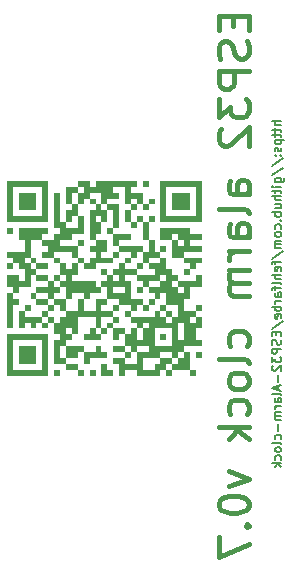
<source format=gbr>
%TF.GenerationSoftware,KiCad,Pcbnew,8.0.1-8.0.1-1~ubuntu22.04.1*%
%TF.CreationDate,2024-04-20T15:13:04+02:00*%
%TF.ProjectId,mp3alarm,6d703361-6c61-4726-9d2e-6b696361645f,v0.2*%
%TF.SameCoordinates,Original*%
%TF.FileFunction,Legend,Bot*%
%TF.FilePolarity,Positive*%
%FSLAX46Y46*%
G04 Gerber Fmt 4.6, Leading zero omitted, Abs format (unit mm)*
G04 Created by KiCad (PCBNEW 8.0.1-8.0.1-1~ubuntu22.04.1) date 2024-04-20 15:13:04*
%MOMM*%
%LPD*%
G01*
G04 APERTURE LIST*
%ADD10C,0.000000*%
%ADD11C,0.381000*%
%ADD12C,0.127000*%
G04 APERTURE END LIST*
D10*
G36*
X50134000Y-79804000D02*
G01*
X50634000Y-79804000D01*
X50634000Y-79304000D01*
X51134000Y-79304000D01*
X51134000Y-79804000D01*
X51134000Y-80304000D01*
X50634000Y-80304000D01*
X50634000Y-80804000D01*
X51134000Y-80804000D01*
X51634000Y-80804000D01*
X52134000Y-80804000D01*
X52634000Y-80804000D01*
X52634000Y-81304000D01*
X53134000Y-81304000D01*
X53134000Y-80804000D01*
X53634000Y-80804000D01*
X53634000Y-80304000D01*
X54134000Y-80304000D01*
X54134000Y-80804000D01*
X54634000Y-80804000D01*
X54634000Y-80304000D01*
X54134000Y-80304000D01*
X54134000Y-79804000D01*
X54634000Y-79804000D01*
X54634000Y-79304000D01*
X55134000Y-79304000D01*
X55134000Y-79804000D01*
X55634000Y-79804000D01*
X56134000Y-79804000D01*
X56134000Y-80304000D01*
X55634000Y-80304000D01*
X55134000Y-80304000D01*
X55134000Y-80804000D01*
X55634000Y-80804000D01*
X55634000Y-81304000D01*
X55634000Y-81804000D01*
X55634000Y-82304000D01*
X56134000Y-82304000D01*
X56634000Y-82304000D01*
X56634000Y-82804000D01*
X56134000Y-82804000D01*
X56134000Y-83304000D01*
X55634000Y-83304000D01*
X55634000Y-82804000D01*
X55134000Y-82804000D01*
X54634000Y-82804000D01*
X54634000Y-82304000D01*
X54134000Y-82304000D01*
X53634000Y-82304000D01*
X53634000Y-81804000D01*
X53634000Y-81304000D01*
X54134000Y-81304000D01*
X54134000Y-81804000D01*
X54634000Y-81804000D01*
X55134000Y-81804000D01*
X55134000Y-81304000D01*
X54634000Y-81304000D01*
X54134000Y-81304000D01*
X53634000Y-81304000D01*
X53134000Y-81304000D01*
X53134000Y-81804000D01*
X52634000Y-81804000D01*
X52134000Y-81804000D01*
X52134000Y-82304000D01*
X51634000Y-82304000D01*
X51634000Y-81804000D01*
X51134000Y-81804000D01*
X50634000Y-81804000D01*
X50634000Y-82304000D01*
X50134000Y-82304000D01*
X50134000Y-81804000D01*
X50134000Y-81304000D01*
X49634000Y-81304000D01*
X49634000Y-81804000D01*
X49134000Y-81804000D01*
X49134000Y-82304000D01*
X48634000Y-82304000D01*
X48634000Y-81804000D01*
X48134000Y-81804000D01*
X47634000Y-81804000D01*
X47634000Y-81304000D01*
X48134000Y-81304000D01*
X48634000Y-81304000D01*
X48634000Y-80804000D01*
X49134000Y-80804000D01*
X49134000Y-81304000D01*
X49634000Y-81304000D01*
X49634000Y-80804000D01*
X50134000Y-80804000D01*
X50134000Y-80304000D01*
X49634000Y-80304000D01*
X49634000Y-79804000D01*
X49634000Y-79304000D01*
X50134000Y-79304000D01*
X50134000Y-79804000D01*
G37*
G36*
X56134000Y-74804000D02*
G01*
X55634000Y-74804000D01*
X55634000Y-74304000D01*
X56134000Y-74304000D01*
X56134000Y-74804000D01*
G37*
G36*
X51634000Y-86804000D02*
G01*
X51134000Y-86804000D01*
X51134000Y-87304000D01*
X50634000Y-87304000D01*
X50134000Y-87304000D01*
X50134000Y-86804000D01*
X50134000Y-86304000D01*
X50634000Y-86304000D01*
X51134000Y-86304000D01*
X51634000Y-86304000D01*
X51634000Y-86804000D01*
G37*
G36*
X47634000Y-82304000D02*
G01*
X47134000Y-82304000D01*
X47134000Y-81804000D01*
X47634000Y-81804000D01*
X47634000Y-82304000D01*
G37*
G36*
X52634000Y-74304000D02*
G01*
X52134000Y-74304000D01*
X52134000Y-73804000D01*
X52634000Y-73804000D01*
X52634000Y-74304000D01*
G37*
G36*
X49634000Y-73804000D02*
G01*
X49634000Y-74304000D01*
X49634000Y-74804000D01*
X49634000Y-75304000D01*
X49634000Y-75804000D01*
X50134000Y-75804000D01*
X50134000Y-76304000D01*
X51134000Y-76304000D01*
X51134000Y-75804000D01*
X51134000Y-75304000D01*
X51634000Y-75304000D01*
X51634000Y-75804000D01*
X51634000Y-76304000D01*
X51634000Y-76804000D01*
X51134000Y-76804000D01*
X50634000Y-76804000D01*
X50634000Y-77304000D01*
X50134000Y-77304000D01*
X49634000Y-77304000D01*
X49634000Y-77804000D01*
X50134000Y-77804000D01*
X50634000Y-77804000D01*
X51134000Y-77804000D01*
X51134000Y-78304000D01*
X51134000Y-78804000D01*
X50634000Y-78804000D01*
X50634000Y-78304000D01*
X50134000Y-78304000D01*
X49634000Y-78304000D01*
X49134000Y-78304000D01*
X49134000Y-78804000D01*
X48634000Y-78804000D01*
X48134000Y-78804000D01*
X48134000Y-78304000D01*
X48634000Y-78304000D01*
X48634000Y-77804000D01*
X48134000Y-77804000D01*
X48134000Y-77304000D01*
X48634000Y-77304000D01*
X49134000Y-77304000D01*
X49134000Y-76804000D01*
X49634000Y-76804000D01*
X49634000Y-76304000D01*
X49134000Y-76304000D01*
X49134000Y-75804000D01*
X49134000Y-75304000D01*
X49134000Y-74804000D01*
X49134000Y-74304000D01*
X49134000Y-73804000D01*
X49134000Y-73304000D01*
X49634000Y-73304000D01*
X49634000Y-73804000D01*
G37*
G36*
X48634000Y-85804000D02*
G01*
X48634000Y-86304000D01*
X48634000Y-86804000D01*
X48634000Y-87304000D01*
X48634000Y-87804000D01*
X48634000Y-88304000D01*
X48634000Y-88804000D01*
X48134000Y-88804000D01*
X47634000Y-88804000D01*
X47134000Y-88804000D01*
X46634000Y-88804000D01*
X46134000Y-88804000D01*
X45634000Y-88804000D01*
X45134000Y-88804000D01*
X45134000Y-88304000D01*
X45134000Y-87804000D01*
X45134000Y-87304000D01*
X45134000Y-86804000D01*
X45134000Y-86304000D01*
X45134000Y-85804000D01*
X45634000Y-85804000D01*
X45634000Y-86304000D01*
X45634000Y-86804000D01*
X45634000Y-87304000D01*
X45634000Y-87804000D01*
X45634000Y-88304000D01*
X46134000Y-88304000D01*
X46634000Y-88304000D01*
X47134000Y-88304000D01*
X47634000Y-88304000D01*
X48134000Y-88304000D01*
X48134000Y-87804000D01*
X48134000Y-87304000D01*
X48134000Y-86804000D01*
X48134000Y-86304000D01*
X48134000Y-85804000D01*
X47634000Y-85804000D01*
X47134000Y-85804000D01*
X46634000Y-85804000D01*
X46134000Y-85804000D01*
X45634000Y-85804000D01*
X45134000Y-85804000D01*
X45134000Y-85304000D01*
X45634000Y-85304000D01*
X46134000Y-85304000D01*
X46634000Y-85304000D01*
X47134000Y-85304000D01*
X47634000Y-85304000D01*
X48134000Y-85304000D01*
X48634000Y-85304000D01*
X48634000Y-85804000D01*
G37*
G36*
X59134000Y-83804000D02*
G01*
X58634000Y-83804000D01*
X58634000Y-83304000D01*
X59134000Y-83304000D01*
X59134000Y-83804000D01*
G37*
G36*
X57134000Y-72804000D02*
G01*
X56634000Y-72804000D01*
X56634000Y-72304000D01*
X57134000Y-72304000D01*
X57134000Y-72804000D01*
G37*
G36*
X53634000Y-88304000D02*
G01*
X54134000Y-88304000D01*
X54134000Y-88804000D01*
X53634000Y-88804000D01*
X53134000Y-88804000D01*
X53134000Y-88304000D01*
X53134000Y-87804000D01*
X53634000Y-87804000D01*
X53634000Y-88304000D01*
G37*
G36*
X53634000Y-85304000D02*
G01*
X53134000Y-85304000D01*
X53134000Y-84804000D01*
X53634000Y-84804000D01*
X53634000Y-85304000D01*
G37*
G36*
X60634000Y-73804000D02*
G01*
X60634000Y-74304000D01*
X60634000Y-74804000D01*
X60134000Y-74804000D01*
X59634000Y-74804000D01*
X59134000Y-74804000D01*
X59134000Y-74304000D01*
X59134000Y-73804000D01*
X59134000Y-73304000D01*
X59634000Y-73304000D01*
X60134000Y-73304000D01*
X60634000Y-73304000D01*
X60634000Y-73804000D01*
G37*
G36*
X52634000Y-85304000D02*
G01*
X53134000Y-85304000D01*
X53134000Y-85804000D01*
X52634000Y-85804000D01*
X52134000Y-85804000D01*
X51634000Y-85804000D01*
X51634000Y-85304000D01*
X52134000Y-85304000D01*
X52134000Y-84804000D01*
X52634000Y-84804000D01*
X52634000Y-85304000D01*
G37*
G36*
X59134000Y-88804000D02*
G01*
X58634000Y-88804000D01*
X58634000Y-88304000D01*
X59134000Y-88304000D01*
X59134000Y-88804000D01*
G37*
G36*
X54634000Y-78804000D02*
G01*
X54134000Y-78804000D01*
X54134000Y-78304000D01*
X54634000Y-78304000D01*
X54634000Y-78804000D01*
G37*
G36*
X56634000Y-75804000D02*
G01*
X56134000Y-75804000D01*
X56134000Y-75304000D01*
X56634000Y-75304000D01*
X56634000Y-75804000D01*
G37*
G36*
X48634000Y-83804000D02*
G01*
X48134000Y-83804000D01*
X48134000Y-83304000D01*
X48634000Y-83304000D01*
X48634000Y-83804000D01*
G37*
G36*
X57134000Y-76304000D02*
G01*
X57134000Y-76804000D01*
X57134000Y-77304000D01*
X56634000Y-77304000D01*
X56634000Y-76804000D01*
X56634000Y-76304000D01*
X56634000Y-75804000D01*
X57134000Y-75804000D01*
X57134000Y-76304000D01*
G37*
G36*
X48634000Y-72804000D02*
G01*
X48634000Y-73304000D01*
X48634000Y-73804000D01*
X48634000Y-74304000D01*
X48634000Y-74804000D01*
X48634000Y-75304000D01*
X48634000Y-75804000D01*
X48134000Y-75804000D01*
X47634000Y-75804000D01*
X47134000Y-75804000D01*
X46634000Y-75804000D01*
X46134000Y-75804000D01*
X45634000Y-75804000D01*
X45134000Y-75804000D01*
X45134000Y-75304000D01*
X45134000Y-74804000D01*
X45134000Y-74304000D01*
X45134000Y-73804000D01*
X45134000Y-73304000D01*
X45134000Y-72804000D01*
X45634000Y-72804000D01*
X45634000Y-73304000D01*
X45634000Y-73804000D01*
X45634000Y-74304000D01*
X45634000Y-74804000D01*
X45634000Y-75304000D01*
X46134000Y-75304000D01*
X46634000Y-75304000D01*
X47134000Y-75304000D01*
X47634000Y-75304000D01*
X48134000Y-75304000D01*
X48134000Y-74804000D01*
X48134000Y-74304000D01*
X48134000Y-73804000D01*
X48134000Y-73304000D01*
X48134000Y-72804000D01*
X47634000Y-72804000D01*
X47134000Y-72804000D01*
X46634000Y-72804000D01*
X46134000Y-72804000D01*
X45634000Y-72804000D01*
X45134000Y-72804000D01*
X45134000Y-72304000D01*
X45634000Y-72304000D01*
X46134000Y-72304000D01*
X46634000Y-72304000D01*
X47134000Y-72304000D01*
X47634000Y-72304000D01*
X48134000Y-72304000D01*
X48634000Y-72304000D01*
X48634000Y-72804000D01*
G37*
G36*
X47634000Y-73804000D02*
G01*
X47634000Y-74304000D01*
X47634000Y-74804000D01*
X47134000Y-74804000D01*
X46634000Y-74804000D01*
X46134000Y-74804000D01*
X46134000Y-74304000D01*
X46134000Y-73804000D01*
X46134000Y-73304000D01*
X46634000Y-73304000D01*
X47134000Y-73304000D01*
X47634000Y-73304000D01*
X47634000Y-73804000D01*
G37*
G36*
X58634000Y-78304000D02*
G01*
X58134000Y-78304000D01*
X58134000Y-77804000D01*
X58634000Y-77804000D01*
X58634000Y-78304000D01*
G37*
G36*
X57634000Y-77804000D02*
G01*
X57634000Y-78304000D01*
X58134000Y-78304000D01*
X58134000Y-78804000D01*
X57634000Y-78804000D01*
X57134000Y-78804000D01*
X57134000Y-79304000D01*
X56634000Y-79304000D01*
X56634000Y-78804000D01*
X56634000Y-78304000D01*
X57134000Y-78304000D01*
X57134000Y-77804000D01*
X57134000Y-77304000D01*
X57634000Y-77304000D01*
X57634000Y-77804000D01*
G37*
G36*
X55634000Y-79304000D02*
G01*
X55134000Y-79304000D01*
X55134000Y-78804000D01*
X55634000Y-78804000D01*
X55634000Y-79304000D01*
G37*
G36*
X50134000Y-82804000D02*
G01*
X50134000Y-83304000D01*
X49634000Y-83304000D01*
X49634000Y-82804000D01*
X49134000Y-82804000D01*
X49134000Y-82304000D01*
X49634000Y-82304000D01*
X50134000Y-82304000D01*
X50134000Y-82804000D01*
G37*
G36*
X47634000Y-86804000D02*
G01*
X47634000Y-87304000D01*
X47634000Y-87804000D01*
X47134000Y-87804000D01*
X46634000Y-87804000D01*
X46134000Y-87804000D01*
X46134000Y-87304000D01*
X46134000Y-86804000D01*
X46134000Y-86304000D01*
X46634000Y-86304000D01*
X47134000Y-86304000D01*
X47634000Y-86304000D01*
X47634000Y-86804000D01*
G37*
G36*
X61134000Y-88804000D02*
G01*
X60634000Y-88804000D01*
X60634000Y-88304000D01*
X61134000Y-88304000D01*
X61134000Y-88804000D01*
G37*
G36*
X48634000Y-76804000D02*
G01*
X48134000Y-76804000D01*
X48134000Y-77304000D01*
X47634000Y-77304000D01*
X47134000Y-77304000D01*
X47134000Y-77804000D01*
X47134000Y-78304000D01*
X47134000Y-78804000D01*
X46634000Y-78804000D01*
X46634000Y-79304000D01*
X47134000Y-79304000D01*
X47134000Y-79804000D01*
X47634000Y-79804000D01*
X47634000Y-80304000D01*
X47134000Y-80304000D01*
X47134000Y-80804000D01*
X47134000Y-81304000D01*
X46634000Y-81304000D01*
X46134000Y-81304000D01*
X46134000Y-81804000D01*
X45634000Y-81804000D01*
X45634000Y-81304000D01*
X45134000Y-81304000D01*
X45134000Y-80804000D01*
X45134000Y-80304000D01*
X45634000Y-80304000D01*
X46134000Y-80304000D01*
X46134000Y-80804000D01*
X46634000Y-80804000D01*
X46634000Y-80304000D01*
X46634000Y-79804000D01*
X46134000Y-79804000D01*
X46134000Y-79304000D01*
X45634000Y-79304000D01*
X45634000Y-78804000D01*
X45134000Y-78804000D01*
X45134000Y-78304000D01*
X45634000Y-78304000D01*
X46134000Y-78304000D01*
X46634000Y-78304000D01*
X46634000Y-77804000D01*
X46634000Y-77304000D01*
X46134000Y-77304000D01*
X46134000Y-76804000D01*
X46134000Y-76304000D01*
X46634000Y-76304000D01*
X47134000Y-76304000D01*
X47634000Y-76304000D01*
X48134000Y-76304000D01*
X48634000Y-76304000D01*
X48634000Y-76804000D01*
G37*
G36*
X56634000Y-81804000D02*
G01*
X56134000Y-81804000D01*
X56134000Y-81304000D01*
X56634000Y-81304000D01*
X56634000Y-81804000D01*
G37*
G36*
X47134000Y-83304000D02*
G01*
X46634000Y-83304000D01*
X46634000Y-82804000D01*
X47134000Y-82804000D01*
X47134000Y-83304000D01*
G37*
G36*
X51134000Y-88304000D02*
G01*
X50634000Y-88304000D01*
X50134000Y-88304000D01*
X50134000Y-87804000D01*
X50634000Y-87804000D01*
X51134000Y-87804000D01*
X51134000Y-88304000D01*
G37*
G36*
X45634000Y-79804000D02*
G01*
X45134000Y-79804000D01*
X45134000Y-79304000D01*
X45634000Y-79304000D01*
X45634000Y-79804000D01*
G37*
G36*
X61634000Y-79304000D02*
G01*
X61134000Y-79304000D01*
X61134000Y-79804000D01*
X60634000Y-79804000D01*
X60634000Y-79304000D01*
X60134000Y-79304000D01*
X60134000Y-78804000D01*
X60634000Y-78804000D01*
X61134000Y-78804000D01*
X61634000Y-78804000D01*
X61634000Y-79304000D01*
G37*
G36*
X51634000Y-82804000D02*
G01*
X51634000Y-83304000D01*
X52134000Y-83304000D01*
X52634000Y-83304000D01*
X52634000Y-82804000D01*
X52634000Y-82304000D01*
X53134000Y-82304000D01*
X53634000Y-82304000D01*
X53634000Y-82804000D01*
X53134000Y-82804000D01*
X53134000Y-83304000D01*
X53634000Y-83304000D01*
X54134000Y-83304000D01*
X54134000Y-83804000D01*
X53634000Y-83804000D01*
X53134000Y-83804000D01*
X53134000Y-84304000D01*
X53134000Y-84804000D01*
X52634000Y-84804000D01*
X52634000Y-84304000D01*
X52634000Y-83804000D01*
X52134000Y-83804000D01*
X51634000Y-83804000D01*
X51134000Y-83804000D01*
X51134000Y-84304000D01*
X51134000Y-84804000D01*
X51134000Y-85304000D01*
X50634000Y-85304000D01*
X50634000Y-85804000D01*
X50134000Y-85804000D01*
X50134000Y-86304000D01*
X49634000Y-86304000D01*
X49634000Y-86804000D01*
X49634000Y-87304000D01*
X50134000Y-87304000D01*
X50134000Y-87804000D01*
X49634000Y-87804000D01*
X49134000Y-87804000D01*
X49134000Y-87304000D01*
X49134000Y-86804000D01*
X49134000Y-86304000D01*
X49134000Y-85804000D01*
X49634000Y-85804000D01*
X49634000Y-85304000D01*
X49134000Y-85304000D01*
X49134000Y-84804000D01*
X50134000Y-84804000D01*
X50134000Y-85304000D01*
X50634000Y-85304000D01*
X50634000Y-84804000D01*
X50134000Y-84804000D01*
X49134000Y-84804000D01*
X49134000Y-84304000D01*
X49634000Y-84304000D01*
X49634000Y-83804000D01*
X50134000Y-83804000D01*
X50134000Y-83304000D01*
X50634000Y-83304000D01*
X51134000Y-83304000D01*
X51134000Y-82804000D01*
X51134000Y-82304000D01*
X51634000Y-82304000D01*
X51634000Y-82804000D01*
G37*
G36*
X57134000Y-74804000D02*
G01*
X56634000Y-74804000D01*
X56634000Y-74304000D01*
X57134000Y-74304000D01*
X57134000Y-74804000D01*
G37*
G36*
X55134000Y-86804000D02*
G01*
X54634000Y-86804000D01*
X54134000Y-86804000D01*
X54134000Y-86304000D01*
X54634000Y-86304000D01*
X55134000Y-86304000D01*
X55134000Y-86804000D01*
G37*
G36*
X47634000Y-79304000D02*
G01*
X47134000Y-79304000D01*
X47134000Y-78804000D01*
X47634000Y-78804000D01*
X47634000Y-79304000D01*
G37*
G36*
X45634000Y-76804000D02*
G01*
X45134000Y-76804000D01*
X45134000Y-76304000D01*
X45634000Y-76304000D01*
X45634000Y-76804000D01*
G37*
G36*
X55634000Y-77304000D02*
G01*
X55134000Y-77304000D01*
X54634000Y-77304000D01*
X54634000Y-77804000D01*
X54134000Y-77804000D01*
X54134000Y-77304000D01*
X54134000Y-76804000D01*
X54634000Y-76804000D01*
X55134000Y-76804000D01*
X55634000Y-76804000D01*
X55634000Y-77304000D01*
G37*
G36*
X49634000Y-88804000D02*
G01*
X49134000Y-88804000D01*
X49134000Y-88304000D01*
X49634000Y-88304000D01*
X49634000Y-88804000D01*
G37*
G36*
X61634000Y-87304000D02*
G01*
X61134000Y-87304000D01*
X61134000Y-86804000D01*
X61634000Y-86804000D01*
X61634000Y-87304000D01*
G37*
G36*
X51634000Y-77804000D02*
G01*
X51134000Y-77804000D01*
X51134000Y-77304000D01*
X51634000Y-77304000D01*
X51634000Y-77804000D01*
G37*
G36*
X53634000Y-80304000D02*
G01*
X53134000Y-80304000D01*
X53134000Y-79804000D01*
X53634000Y-79804000D01*
X53634000Y-80304000D01*
G37*
G36*
X45634000Y-82304000D02*
G01*
X46134000Y-82304000D01*
X46134000Y-82804000D01*
X45634000Y-82804000D01*
X45634000Y-83304000D01*
X45634000Y-83804000D01*
X45634000Y-84304000D01*
X45634000Y-84804000D01*
X45134000Y-84804000D01*
X45134000Y-84304000D01*
X45134000Y-83804000D01*
X45134000Y-83304000D01*
X45134000Y-82804000D01*
X45134000Y-82304000D01*
X45134000Y-81804000D01*
X45634000Y-81804000D01*
X45634000Y-82304000D01*
G37*
G36*
X58634000Y-79304000D02*
G01*
X58634000Y-79804000D01*
X59134000Y-79804000D01*
X59134000Y-80304000D01*
X59634000Y-80304000D01*
X59634000Y-80804000D01*
X60134000Y-80804000D01*
X60634000Y-80804000D01*
X61134000Y-80804000D01*
X61134000Y-80304000D01*
X61634000Y-80304000D01*
X61634000Y-80804000D01*
X61634000Y-81304000D01*
X61134000Y-81304000D01*
X60634000Y-81304000D01*
X60634000Y-81804000D01*
X60634000Y-82304000D01*
X60134000Y-82304000D01*
X60134000Y-82804000D01*
X60134000Y-83304000D01*
X60634000Y-83304000D01*
X61134000Y-83304000D01*
X61134000Y-83804000D01*
X60634000Y-83804000D01*
X60634000Y-84304000D01*
X61134000Y-84304000D01*
X61134000Y-83804000D01*
X61634000Y-83804000D01*
X61634000Y-84304000D01*
X61634000Y-84804000D01*
X61134000Y-84804000D01*
X61134000Y-85304000D01*
X61134000Y-85804000D01*
X61634000Y-85804000D01*
X61634000Y-86304000D01*
X61134000Y-86304000D01*
X60634000Y-86304000D01*
X60134000Y-86304000D01*
X60134000Y-86804000D01*
X59634000Y-86804000D01*
X59634000Y-87304000D01*
X59134000Y-87304000D01*
X59134000Y-87804000D01*
X58634000Y-87804000D01*
X58634000Y-88304000D01*
X58134000Y-88304000D01*
X58134000Y-88804000D01*
X57634000Y-88804000D01*
X57134000Y-88804000D01*
X56634000Y-88804000D01*
X56134000Y-88804000D01*
X56134000Y-88304000D01*
X55634000Y-88304000D01*
X55134000Y-88304000D01*
X55134000Y-88804000D01*
X54634000Y-88804000D01*
X54634000Y-88304000D01*
X54634000Y-87804000D01*
X54134000Y-87804000D01*
X54134000Y-87304000D01*
X54634000Y-87304000D01*
X55134000Y-87304000D01*
X55134000Y-87804000D01*
X55634000Y-87804000D01*
X56134000Y-87804000D01*
X56134000Y-87304000D01*
X56634000Y-87304000D01*
X56634000Y-87804000D01*
X56634000Y-88304000D01*
X57134000Y-88304000D01*
X57634000Y-88304000D01*
X57634000Y-87804000D01*
X58134000Y-87804000D01*
X58134000Y-87304000D01*
X57634000Y-87304000D01*
X57134000Y-87304000D01*
X56634000Y-87304000D01*
X56134000Y-87304000D01*
X56134000Y-86804000D01*
X56634000Y-86804000D01*
X57134000Y-86804000D01*
X58134000Y-86804000D01*
X58134000Y-87304000D01*
X58634000Y-87304000D01*
X59134000Y-87304000D01*
X59134000Y-86804000D01*
X58634000Y-86804000D01*
X58134000Y-86804000D01*
X57134000Y-86804000D01*
X57134000Y-86304000D01*
X56634000Y-86304000D01*
X56134000Y-86304000D01*
X56134000Y-86804000D01*
X55634000Y-86804000D01*
X55634000Y-86304000D01*
X55134000Y-86304000D01*
X55134000Y-85804000D01*
X55134000Y-85304000D01*
X55634000Y-85304000D01*
X55634000Y-84804000D01*
X56134000Y-84804000D01*
X56134000Y-85304000D01*
X56134000Y-85804000D01*
X56634000Y-85804000D01*
X56634000Y-85304000D01*
X56634000Y-84804000D01*
X57134000Y-84804000D01*
X57634000Y-84804000D01*
X57634000Y-85304000D01*
X57634000Y-85804000D01*
X57634000Y-86304000D01*
X58134000Y-86304000D01*
X58634000Y-86304000D01*
X59134000Y-86304000D01*
X59134000Y-85804000D01*
X59134000Y-85304000D01*
X59134000Y-84804000D01*
X58634000Y-84804000D01*
X58134000Y-84804000D01*
X57634000Y-84804000D01*
X57134000Y-84804000D01*
X57134000Y-84304000D01*
X56634000Y-84304000D01*
X56634000Y-84804000D01*
X56134000Y-84804000D01*
X56134000Y-84304000D01*
X55634000Y-84304000D01*
X55634000Y-83804000D01*
X56134000Y-83804000D01*
X56634000Y-83804000D01*
X57134000Y-83804000D01*
X57634000Y-83804000D01*
X57634000Y-83304000D01*
X58134000Y-83304000D01*
X58134000Y-83804000D01*
X58634000Y-83804000D01*
X58634000Y-84304000D01*
X59134000Y-84304000D01*
X59634000Y-84304000D01*
X59634000Y-84804000D01*
X59634000Y-85304000D01*
X59634000Y-85804000D01*
X60134000Y-85804000D01*
X60134000Y-85304000D01*
X60134000Y-84804000D01*
X60134000Y-84304000D01*
X59634000Y-84304000D01*
X59134000Y-84304000D01*
X59134000Y-83804000D01*
X59634000Y-83804000D01*
X59634000Y-83304000D01*
X59634000Y-82804000D01*
X59134000Y-82804000D01*
X58634000Y-82804000D01*
X58634000Y-82304000D01*
X58634000Y-81804000D01*
X58134000Y-81804000D01*
X58134000Y-82304000D01*
X57634000Y-82304000D01*
X57634000Y-81804000D01*
X57134000Y-81804000D01*
X57134000Y-81304000D01*
X57634000Y-81304000D01*
X58134000Y-81304000D01*
X58134000Y-80804000D01*
X58634000Y-80804000D01*
X59134000Y-80804000D01*
X59134000Y-81304000D01*
X59634000Y-81304000D01*
X59634000Y-81804000D01*
X60134000Y-81804000D01*
X60134000Y-81304000D01*
X59634000Y-81304000D01*
X59634000Y-80804000D01*
X59134000Y-80804000D01*
X58634000Y-80804000D01*
X58634000Y-80304000D01*
X58134000Y-80304000D01*
X58134000Y-80804000D01*
X57634000Y-80804000D01*
X57134000Y-80804000D01*
X57134000Y-81304000D01*
X56634000Y-81304000D01*
X56634000Y-80804000D01*
X56134000Y-80804000D01*
X56134000Y-80304000D01*
X56634000Y-80304000D01*
X57134000Y-80304000D01*
X57634000Y-80304000D01*
X57634000Y-79804000D01*
X57134000Y-79804000D01*
X57134000Y-79304000D01*
X57634000Y-79304000D01*
X58134000Y-79304000D01*
X58134000Y-78804000D01*
X58634000Y-78804000D01*
X58634000Y-79304000D01*
G37*
G36*
X55634000Y-75304000D02*
G01*
X55634000Y-75804000D01*
X55134000Y-75804000D01*
X55134000Y-75304000D01*
X55134000Y-74804000D01*
X55634000Y-74804000D01*
X55634000Y-75304000D01*
G37*
G36*
X48634000Y-79804000D02*
G01*
X48134000Y-79804000D01*
X47634000Y-79804000D01*
X47634000Y-79304000D01*
X48134000Y-79304000D01*
X48634000Y-79304000D01*
X48634000Y-79804000D01*
G37*
G36*
X53134000Y-86804000D02*
G01*
X53634000Y-86804000D01*
X53634000Y-87304000D01*
X53134000Y-87304000D01*
X52634000Y-87304000D01*
X52134000Y-87304000D01*
X52134000Y-87804000D01*
X51634000Y-87804000D01*
X51634000Y-87304000D01*
X51634000Y-86804000D01*
X52134000Y-86804000D01*
X52634000Y-86804000D01*
X52634000Y-86304000D01*
X53134000Y-86304000D01*
X53134000Y-86804000D01*
G37*
G36*
X51134000Y-74804000D02*
G01*
X51134000Y-75304000D01*
X50634000Y-75304000D01*
X50634000Y-75804000D01*
X50134000Y-75804000D01*
X50134000Y-75304000D01*
X50134000Y-74804000D01*
X50634000Y-74804000D01*
X50634000Y-74304000D01*
X51134000Y-74304000D01*
X51134000Y-74804000D01*
G37*
G36*
X57134000Y-83304000D02*
G01*
X56634000Y-83304000D01*
X56634000Y-82804000D01*
X57134000Y-82804000D01*
X57134000Y-83304000D01*
G37*
G36*
X56634000Y-79804000D02*
G01*
X56134000Y-79804000D01*
X56134000Y-79304000D01*
X56634000Y-79304000D01*
X56634000Y-79804000D01*
G37*
G36*
X52134000Y-72804000D02*
G01*
X52634000Y-72804000D01*
X52634000Y-72304000D01*
X53134000Y-72304000D01*
X53634000Y-72304000D01*
X54134000Y-72304000D01*
X54634000Y-72304000D01*
X55134000Y-72304000D01*
X55634000Y-72304000D01*
X56134000Y-72304000D01*
X56134000Y-72804000D01*
X55634000Y-72804000D01*
X55634000Y-73304000D01*
X56134000Y-73304000D01*
X56634000Y-73304000D01*
X56634000Y-73804000D01*
X56634000Y-74304000D01*
X56134000Y-74304000D01*
X56134000Y-73804000D01*
X55634000Y-73804000D01*
X55634000Y-74304000D01*
X55134000Y-74304000D01*
X55134000Y-73804000D01*
X55134000Y-73304000D01*
X55134000Y-72804000D01*
X54634000Y-72804000D01*
X54134000Y-72804000D01*
X54134000Y-73304000D01*
X54634000Y-73304000D01*
X54634000Y-73804000D01*
X54134000Y-73804000D01*
X53634000Y-73804000D01*
X53634000Y-74304000D01*
X53134000Y-74304000D01*
X53134000Y-73804000D01*
X53134000Y-73304000D01*
X52634000Y-73304000D01*
X52134000Y-73304000D01*
X52134000Y-73804000D01*
X51634000Y-73804000D01*
X51634000Y-74304000D01*
X51134000Y-74304000D01*
X51134000Y-73804000D01*
X51134000Y-73304000D01*
X51634000Y-73304000D01*
X51634000Y-72804000D01*
X51134000Y-72804000D01*
X51134000Y-72304000D01*
X51634000Y-72304000D01*
X52134000Y-72304000D01*
X52134000Y-72804000D01*
G37*
G36*
X53634000Y-77804000D02*
G01*
X53634000Y-78304000D01*
X53134000Y-78304000D01*
X53134000Y-78804000D01*
X53634000Y-78804000D01*
X54134000Y-78804000D01*
X54134000Y-79304000D01*
X53634000Y-79304000D01*
X53134000Y-79304000D01*
X52634000Y-79304000D01*
X52634000Y-79804000D01*
X52134000Y-79804000D01*
X51634000Y-79804000D01*
X51634000Y-79304000D01*
X52134000Y-79304000D01*
X52134000Y-78804000D01*
X52634000Y-78804000D01*
X52634000Y-78304000D01*
X52134000Y-78304000D01*
X52134000Y-77804000D01*
X52634000Y-77804000D01*
X52634000Y-77304000D01*
X53134000Y-77304000D01*
X53634000Y-77304000D01*
X53634000Y-77804000D01*
G37*
G36*
X54134000Y-84804000D02*
G01*
X53634000Y-84804000D01*
X53634000Y-84304000D01*
X54134000Y-84304000D01*
X54134000Y-84804000D01*
G37*
G36*
X49634000Y-79304000D02*
G01*
X49134000Y-79304000D01*
X49134000Y-78804000D01*
X49634000Y-78804000D01*
X49634000Y-79304000D01*
G37*
G36*
X51134000Y-73304000D02*
G01*
X50634000Y-73304000D01*
X50634000Y-73804000D01*
X50634000Y-74304000D01*
X50134000Y-74304000D01*
X50134000Y-73804000D01*
X50134000Y-73304000D01*
X50134000Y-72804000D01*
X50634000Y-72804000D01*
X51134000Y-72804000D01*
X51134000Y-73304000D01*
G37*
G36*
X48634000Y-84804000D02*
G01*
X48134000Y-84804000D01*
X48134000Y-84304000D01*
X48634000Y-84304000D01*
X48634000Y-84804000D01*
G37*
G36*
X48634000Y-80804000D02*
G01*
X48134000Y-80804000D01*
X47634000Y-80804000D01*
X47634000Y-80304000D01*
X48134000Y-80304000D01*
X48634000Y-80304000D01*
X48634000Y-80804000D01*
G37*
G36*
X48634000Y-82804000D02*
G01*
X48134000Y-82804000D01*
X47634000Y-82804000D01*
X47634000Y-82304000D01*
X48134000Y-82304000D01*
X48634000Y-82304000D01*
X48634000Y-82804000D01*
G37*
G36*
X57634000Y-74304000D02*
G01*
X57134000Y-74304000D01*
X57134000Y-73804000D01*
X57634000Y-73804000D01*
X57634000Y-74304000D01*
G37*
G36*
X56134000Y-76304000D02*
G01*
X55634000Y-76304000D01*
X55634000Y-75804000D01*
X56134000Y-75804000D01*
X56134000Y-76304000D01*
G37*
G36*
X57634000Y-75804000D02*
G01*
X57134000Y-75804000D01*
X57134000Y-75304000D01*
X57634000Y-75304000D01*
X57634000Y-75804000D01*
G37*
G36*
X51634000Y-79304000D02*
G01*
X51134000Y-79304000D01*
X51134000Y-78804000D01*
X51634000Y-78804000D01*
X51634000Y-79304000D01*
G37*
G36*
X55634000Y-87304000D02*
G01*
X55134000Y-87304000D01*
X55134000Y-86804000D01*
X55634000Y-86804000D01*
X55634000Y-87304000D01*
G37*
G36*
X53134000Y-74804000D02*
G01*
X53634000Y-74804000D01*
X53634000Y-74304000D01*
X54134000Y-74304000D01*
X54634000Y-74304000D01*
X54634000Y-74804000D01*
X54634000Y-75304000D01*
X54634000Y-75804000D01*
X54634000Y-76304000D01*
X54134000Y-76304000D01*
X54134000Y-75804000D01*
X54134000Y-75304000D01*
X54134000Y-74804000D01*
X53634000Y-74804000D01*
X53634000Y-75304000D01*
X53634000Y-75804000D01*
X53134000Y-75804000D01*
X53134000Y-76304000D01*
X53134000Y-76804000D01*
X52634000Y-76804000D01*
X52634000Y-77304000D01*
X52134000Y-77304000D01*
X52134000Y-76804000D01*
X52134000Y-76304000D01*
X52134000Y-75804000D01*
X52134000Y-75304000D01*
X52634000Y-75304000D01*
X52634000Y-75804000D01*
X53134000Y-75804000D01*
X53134000Y-75304000D01*
X52634000Y-75304000D01*
X52134000Y-75304000D01*
X52134000Y-74804000D01*
X52634000Y-74804000D01*
X52634000Y-74304000D01*
X53134000Y-74304000D01*
X53134000Y-74804000D01*
G37*
G36*
X61634000Y-72804000D02*
G01*
X61634000Y-73304000D01*
X61634000Y-73804000D01*
X61634000Y-74304000D01*
X61634000Y-74804000D01*
X61634000Y-75304000D01*
X61634000Y-75804000D01*
X61134000Y-75804000D01*
X60634000Y-75804000D01*
X60134000Y-75804000D01*
X59634000Y-75804000D01*
X59134000Y-75804000D01*
X58634000Y-75804000D01*
X58134000Y-75804000D01*
X58134000Y-75304000D01*
X58134000Y-74804000D01*
X58134000Y-74304000D01*
X58134000Y-73804000D01*
X58134000Y-73304000D01*
X58134000Y-72804000D01*
X58634000Y-72804000D01*
X58634000Y-73304000D01*
X58634000Y-73804000D01*
X58634000Y-74304000D01*
X58634000Y-74804000D01*
X58634000Y-75304000D01*
X59134000Y-75304000D01*
X59634000Y-75304000D01*
X60134000Y-75304000D01*
X60634000Y-75304000D01*
X61134000Y-75304000D01*
X61134000Y-74804000D01*
X61134000Y-74304000D01*
X61134000Y-73804000D01*
X61134000Y-73304000D01*
X61134000Y-72804000D01*
X60634000Y-72804000D01*
X60134000Y-72804000D01*
X59634000Y-72804000D01*
X59134000Y-72804000D01*
X58634000Y-72804000D01*
X58134000Y-72804000D01*
X58134000Y-72304000D01*
X58634000Y-72304000D01*
X59134000Y-72304000D01*
X59634000Y-72304000D01*
X60134000Y-72304000D01*
X60634000Y-72304000D01*
X61134000Y-72304000D01*
X61634000Y-72304000D01*
X61634000Y-72804000D01*
G37*
G36*
X60634000Y-80304000D02*
G01*
X60134000Y-80304000D01*
X60134000Y-79804000D01*
X60634000Y-79804000D01*
X60634000Y-80304000D01*
G37*
G36*
X54634000Y-83304000D02*
G01*
X54134000Y-83304000D01*
X54134000Y-82804000D01*
X54634000Y-82804000D01*
X54634000Y-83304000D01*
G37*
G36*
X60634000Y-87304000D02*
G01*
X60634000Y-87804000D01*
X60634000Y-88304000D01*
X60134000Y-88304000D01*
X59634000Y-88304000D01*
X59134000Y-88304000D01*
X59134000Y-87804000D01*
X59634000Y-87804000D01*
X59634000Y-87304000D01*
X60134000Y-87304000D01*
X60134000Y-86804000D01*
X60634000Y-86804000D01*
X60634000Y-87304000D01*
G37*
G36*
X55134000Y-85304000D02*
G01*
X54634000Y-85304000D01*
X54634000Y-85804000D01*
X54134000Y-85804000D01*
X54134000Y-85304000D01*
X54134000Y-84804000D01*
X54634000Y-84804000D01*
X55134000Y-84804000D01*
X55134000Y-85304000D01*
G37*
G36*
X51634000Y-88804000D02*
G01*
X51134000Y-88804000D01*
X51134000Y-88304000D01*
X51634000Y-88304000D01*
X51634000Y-88804000D01*
G37*
G36*
X49134000Y-83304000D02*
G01*
X48634000Y-83304000D01*
X48634000Y-82804000D01*
X49134000Y-82804000D01*
X49134000Y-83304000D01*
G37*
G36*
X49634000Y-80804000D02*
G01*
X49134000Y-80804000D01*
X49134000Y-80304000D01*
X49634000Y-80304000D01*
X49634000Y-80804000D01*
G37*
G36*
X58634000Y-85804000D02*
G01*
X58134000Y-85804000D01*
X58134000Y-85304000D01*
X58634000Y-85304000D01*
X58634000Y-85804000D01*
G37*
G36*
X55634000Y-83804000D02*
G01*
X55134000Y-83804000D01*
X55134000Y-83304000D01*
X55634000Y-83304000D01*
X55634000Y-83804000D01*
G37*
G36*
X60634000Y-76804000D02*
G01*
X61134000Y-76804000D01*
X61634000Y-76804000D01*
X61634000Y-77304000D01*
X61134000Y-77304000D01*
X60634000Y-77304000D01*
X60634000Y-77804000D01*
X61134000Y-77804000D01*
X61634000Y-77804000D01*
X61634000Y-78304000D01*
X61134000Y-78304000D01*
X60634000Y-78304000D01*
X60134000Y-78304000D01*
X60134000Y-78804000D01*
X59634000Y-78804000D01*
X59134000Y-78804000D01*
X59134000Y-78304000D01*
X59134000Y-77804000D01*
X59134000Y-77304000D01*
X59634000Y-77304000D01*
X59634000Y-77804000D01*
X60134000Y-77804000D01*
X60134000Y-77304000D01*
X59634000Y-77304000D01*
X59634000Y-76804000D01*
X59134000Y-76804000D01*
X59134000Y-77304000D01*
X58634000Y-77304000D01*
X58134000Y-77304000D01*
X58134000Y-76804000D01*
X58134000Y-76304000D01*
X58634000Y-76304000D01*
X59134000Y-76304000D01*
X59634000Y-76304000D01*
X60134000Y-76304000D01*
X60634000Y-76304000D01*
X60634000Y-76804000D01*
G37*
G36*
X58634000Y-83304000D02*
G01*
X58134000Y-83304000D01*
X58134000Y-82804000D01*
X58634000Y-82804000D01*
X58634000Y-83304000D01*
G37*
G36*
X49134000Y-84304000D02*
G01*
X48634000Y-84304000D01*
X48634000Y-83804000D01*
X49134000Y-83804000D01*
X49134000Y-84304000D01*
G37*
G36*
X54634000Y-84304000D02*
G01*
X54134000Y-84304000D01*
X54134000Y-83804000D01*
X54634000Y-83804000D01*
X54634000Y-84304000D01*
G37*
G36*
X56634000Y-78304000D02*
G01*
X56134000Y-78304000D01*
X56134000Y-78804000D01*
X55634000Y-78804000D01*
X55634000Y-78304000D01*
X55134000Y-78304000D01*
X54634000Y-78304000D01*
X54634000Y-77804000D01*
X55134000Y-77804000D01*
X55634000Y-77804000D01*
X56134000Y-77804000D01*
X56634000Y-77804000D01*
X56634000Y-78304000D01*
G37*
G36*
X57634000Y-82804000D02*
G01*
X57134000Y-82804000D01*
X57134000Y-82304000D01*
X57634000Y-82304000D01*
X57634000Y-82804000D01*
G37*
G36*
X52634000Y-88804000D02*
G01*
X52134000Y-88804000D01*
X52134000Y-88304000D01*
X52634000Y-88304000D01*
X52634000Y-88804000D01*
G37*
G36*
X46634000Y-83804000D02*
G01*
X47134000Y-83804000D01*
X47634000Y-83804000D01*
X48134000Y-83804000D01*
X48134000Y-84304000D01*
X47634000Y-84304000D01*
X47634000Y-84804000D01*
X47134000Y-84804000D01*
X47134000Y-84304000D01*
X46634000Y-84304000D01*
X46634000Y-84804000D01*
X46134000Y-84804000D01*
X46134000Y-84304000D01*
X46134000Y-83804000D01*
X46134000Y-83304000D01*
X46634000Y-83304000D01*
X46634000Y-83804000D01*
G37*
G36*
X54134000Y-76804000D02*
G01*
X53634000Y-76804000D01*
X53634000Y-76304000D01*
X54134000Y-76304000D01*
X54134000Y-76804000D01*
G37*
G36*
X61634000Y-83304000D02*
G01*
X61134000Y-83304000D01*
X61134000Y-82804000D01*
X61634000Y-82804000D01*
X61634000Y-83304000D01*
G37*
D11*
X64254764Y-58322475D02*
X64254764Y-59169142D01*
X65585240Y-59531999D02*
X65585240Y-58322475D01*
X65585240Y-58322475D02*
X63045240Y-58322475D01*
X63045240Y-58322475D02*
X63045240Y-59531999D01*
X65464288Y-60499618D02*
X65585240Y-60862475D01*
X65585240Y-60862475D02*
X65585240Y-61467237D01*
X65585240Y-61467237D02*
X65464288Y-61709142D01*
X65464288Y-61709142D02*
X65343335Y-61830094D01*
X65343335Y-61830094D02*
X65101430Y-61951047D01*
X65101430Y-61951047D02*
X64859526Y-61951047D01*
X64859526Y-61951047D02*
X64617621Y-61830094D01*
X64617621Y-61830094D02*
X64496668Y-61709142D01*
X64496668Y-61709142D02*
X64375716Y-61467237D01*
X64375716Y-61467237D02*
X64254764Y-60983428D01*
X64254764Y-60983428D02*
X64133811Y-60741523D01*
X64133811Y-60741523D02*
X64012859Y-60620570D01*
X64012859Y-60620570D02*
X63770954Y-60499618D01*
X63770954Y-60499618D02*
X63529049Y-60499618D01*
X63529049Y-60499618D02*
X63287145Y-60620570D01*
X63287145Y-60620570D02*
X63166192Y-60741523D01*
X63166192Y-60741523D02*
X63045240Y-60983428D01*
X63045240Y-60983428D02*
X63045240Y-61588189D01*
X63045240Y-61588189D02*
X63166192Y-61951047D01*
X65585240Y-63039618D02*
X63045240Y-63039618D01*
X63045240Y-63039618D02*
X63045240Y-64007237D01*
X63045240Y-64007237D02*
X63166192Y-64249142D01*
X63166192Y-64249142D02*
X63287145Y-64370095D01*
X63287145Y-64370095D02*
X63529049Y-64491047D01*
X63529049Y-64491047D02*
X63891907Y-64491047D01*
X63891907Y-64491047D02*
X64133811Y-64370095D01*
X64133811Y-64370095D02*
X64254764Y-64249142D01*
X64254764Y-64249142D02*
X64375716Y-64007237D01*
X64375716Y-64007237D02*
X64375716Y-63039618D01*
X63045240Y-65337714D02*
X63045240Y-66910095D01*
X63045240Y-66910095D02*
X64012859Y-66063428D01*
X64012859Y-66063428D02*
X64012859Y-66426285D01*
X64012859Y-66426285D02*
X64133811Y-66668190D01*
X64133811Y-66668190D02*
X64254764Y-66789142D01*
X64254764Y-66789142D02*
X64496668Y-66910095D01*
X64496668Y-66910095D02*
X65101430Y-66910095D01*
X65101430Y-66910095D02*
X65343335Y-66789142D01*
X65343335Y-66789142D02*
X65464288Y-66668190D01*
X65464288Y-66668190D02*
X65585240Y-66426285D01*
X65585240Y-66426285D02*
X65585240Y-65700571D01*
X65585240Y-65700571D02*
X65464288Y-65458666D01*
X65464288Y-65458666D02*
X65343335Y-65337714D01*
X63287145Y-67877714D02*
X63166192Y-67998666D01*
X63166192Y-67998666D02*
X63045240Y-68240571D01*
X63045240Y-68240571D02*
X63045240Y-68845333D01*
X63045240Y-68845333D02*
X63166192Y-69087238D01*
X63166192Y-69087238D02*
X63287145Y-69208190D01*
X63287145Y-69208190D02*
X63529049Y-69329143D01*
X63529049Y-69329143D02*
X63770954Y-69329143D01*
X63770954Y-69329143D02*
X64133811Y-69208190D01*
X64133811Y-69208190D02*
X65585240Y-67756762D01*
X65585240Y-67756762D02*
X65585240Y-69329143D01*
X65585240Y-73441524D02*
X64254764Y-73441524D01*
X64254764Y-73441524D02*
X64012859Y-73320571D01*
X64012859Y-73320571D02*
X63891907Y-73078667D01*
X63891907Y-73078667D02*
X63891907Y-72594857D01*
X63891907Y-72594857D02*
X64012859Y-72352952D01*
X65464288Y-73441524D02*
X65585240Y-73199619D01*
X65585240Y-73199619D02*
X65585240Y-72594857D01*
X65585240Y-72594857D02*
X65464288Y-72352952D01*
X65464288Y-72352952D02*
X65222383Y-72232000D01*
X65222383Y-72232000D02*
X64980478Y-72232000D01*
X64980478Y-72232000D02*
X64738573Y-72352952D01*
X64738573Y-72352952D02*
X64617621Y-72594857D01*
X64617621Y-72594857D02*
X64617621Y-73199619D01*
X64617621Y-73199619D02*
X64496668Y-73441524D01*
X65585240Y-75013905D02*
X65464288Y-74772000D01*
X65464288Y-74772000D02*
X65222383Y-74651047D01*
X65222383Y-74651047D02*
X63045240Y-74651047D01*
X65585240Y-77070095D02*
X64254764Y-77070095D01*
X64254764Y-77070095D02*
X64012859Y-76949142D01*
X64012859Y-76949142D02*
X63891907Y-76707238D01*
X63891907Y-76707238D02*
X63891907Y-76223428D01*
X63891907Y-76223428D02*
X64012859Y-75981523D01*
X65464288Y-77070095D02*
X65585240Y-76828190D01*
X65585240Y-76828190D02*
X65585240Y-76223428D01*
X65585240Y-76223428D02*
X65464288Y-75981523D01*
X65464288Y-75981523D02*
X65222383Y-75860571D01*
X65222383Y-75860571D02*
X64980478Y-75860571D01*
X64980478Y-75860571D02*
X64738573Y-75981523D01*
X64738573Y-75981523D02*
X64617621Y-76223428D01*
X64617621Y-76223428D02*
X64617621Y-76828190D01*
X64617621Y-76828190D02*
X64496668Y-77070095D01*
X65585240Y-78279618D02*
X63891907Y-78279618D01*
X64375716Y-78279618D02*
X64133811Y-78400571D01*
X64133811Y-78400571D02*
X64012859Y-78521523D01*
X64012859Y-78521523D02*
X63891907Y-78763428D01*
X63891907Y-78763428D02*
X63891907Y-79005333D01*
X65585240Y-79851999D02*
X63891907Y-79851999D01*
X64133811Y-79851999D02*
X64012859Y-79972952D01*
X64012859Y-79972952D02*
X63891907Y-80214857D01*
X63891907Y-80214857D02*
X63891907Y-80577714D01*
X63891907Y-80577714D02*
X64012859Y-80819618D01*
X64012859Y-80819618D02*
X64254764Y-80940571D01*
X64254764Y-80940571D02*
X65585240Y-80940571D01*
X64254764Y-80940571D02*
X64012859Y-81061523D01*
X64012859Y-81061523D02*
X63891907Y-81303428D01*
X63891907Y-81303428D02*
X63891907Y-81666285D01*
X63891907Y-81666285D02*
X64012859Y-81908190D01*
X64012859Y-81908190D02*
X64254764Y-82029142D01*
X64254764Y-82029142D02*
X65585240Y-82029142D01*
X65464288Y-86262476D02*
X65585240Y-86020571D01*
X65585240Y-86020571D02*
X65585240Y-85536762D01*
X65585240Y-85536762D02*
X65464288Y-85294857D01*
X65464288Y-85294857D02*
X65343335Y-85173904D01*
X65343335Y-85173904D02*
X65101430Y-85052952D01*
X65101430Y-85052952D02*
X64375716Y-85052952D01*
X64375716Y-85052952D02*
X64133811Y-85173904D01*
X64133811Y-85173904D02*
X64012859Y-85294857D01*
X64012859Y-85294857D02*
X63891907Y-85536762D01*
X63891907Y-85536762D02*
X63891907Y-86020571D01*
X63891907Y-86020571D02*
X64012859Y-86262476D01*
X65585240Y-87713905D02*
X65464288Y-87472000D01*
X65464288Y-87472000D02*
X65222383Y-87351047D01*
X65222383Y-87351047D02*
X63045240Y-87351047D01*
X65585240Y-89044381D02*
X65464288Y-88802476D01*
X65464288Y-88802476D02*
X65343335Y-88681523D01*
X65343335Y-88681523D02*
X65101430Y-88560571D01*
X65101430Y-88560571D02*
X64375716Y-88560571D01*
X64375716Y-88560571D02*
X64133811Y-88681523D01*
X64133811Y-88681523D02*
X64012859Y-88802476D01*
X64012859Y-88802476D02*
X63891907Y-89044381D01*
X63891907Y-89044381D02*
X63891907Y-89407238D01*
X63891907Y-89407238D02*
X64012859Y-89649142D01*
X64012859Y-89649142D02*
X64133811Y-89770095D01*
X64133811Y-89770095D02*
X64375716Y-89891047D01*
X64375716Y-89891047D02*
X65101430Y-89891047D01*
X65101430Y-89891047D02*
X65343335Y-89770095D01*
X65343335Y-89770095D02*
X65464288Y-89649142D01*
X65464288Y-89649142D02*
X65585240Y-89407238D01*
X65585240Y-89407238D02*
X65585240Y-89044381D01*
X65464288Y-92068190D02*
X65585240Y-91826285D01*
X65585240Y-91826285D02*
X65585240Y-91342476D01*
X65585240Y-91342476D02*
X65464288Y-91100571D01*
X65464288Y-91100571D02*
X65343335Y-90979618D01*
X65343335Y-90979618D02*
X65101430Y-90858666D01*
X65101430Y-90858666D02*
X64375716Y-90858666D01*
X64375716Y-90858666D02*
X64133811Y-90979618D01*
X64133811Y-90979618D02*
X64012859Y-91100571D01*
X64012859Y-91100571D02*
X63891907Y-91342476D01*
X63891907Y-91342476D02*
X63891907Y-91826285D01*
X63891907Y-91826285D02*
X64012859Y-92068190D01*
X65585240Y-93156761D02*
X63045240Y-93156761D01*
X64617621Y-93398666D02*
X65585240Y-94124380D01*
X63891907Y-94124380D02*
X64859526Y-93156761D01*
X63891907Y-96906285D02*
X65585240Y-97511047D01*
X65585240Y-97511047D02*
X63891907Y-98115808D01*
X63045240Y-99567237D02*
X63045240Y-99809142D01*
X63045240Y-99809142D02*
X63166192Y-100051046D01*
X63166192Y-100051046D02*
X63287145Y-100171999D01*
X63287145Y-100171999D02*
X63529049Y-100292951D01*
X63529049Y-100292951D02*
X64012859Y-100413904D01*
X64012859Y-100413904D02*
X64617621Y-100413904D01*
X64617621Y-100413904D02*
X65101430Y-100292951D01*
X65101430Y-100292951D02*
X65343335Y-100171999D01*
X65343335Y-100171999D02*
X65464288Y-100051046D01*
X65464288Y-100051046D02*
X65585240Y-99809142D01*
X65585240Y-99809142D02*
X65585240Y-99567237D01*
X65585240Y-99567237D02*
X65464288Y-99325332D01*
X65464288Y-99325332D02*
X65343335Y-99204380D01*
X65343335Y-99204380D02*
X65101430Y-99083427D01*
X65101430Y-99083427D02*
X64617621Y-98962475D01*
X64617621Y-98962475D02*
X64012859Y-98962475D01*
X64012859Y-98962475D02*
X63529049Y-99083427D01*
X63529049Y-99083427D02*
X63287145Y-99204380D01*
X63287145Y-99204380D02*
X63166192Y-99325332D01*
X63166192Y-99325332D02*
X63045240Y-99567237D01*
X65343335Y-101502475D02*
X65464288Y-101623428D01*
X65464288Y-101623428D02*
X65585240Y-101502475D01*
X65585240Y-101502475D02*
X65464288Y-101381523D01*
X65464288Y-101381523D02*
X65343335Y-101502475D01*
X65343335Y-101502475D02*
X65585240Y-101502475D01*
X63045240Y-102470095D02*
X63045240Y-104163428D01*
X63045240Y-104163428D02*
X65585240Y-103074857D01*
D12*
X68331911Y-67278995D02*
X67569911Y-67278995D01*
X68331911Y-67605567D02*
X67932768Y-67605567D01*
X67932768Y-67605567D02*
X67860197Y-67569281D01*
X67860197Y-67569281D02*
X67823911Y-67496709D01*
X67823911Y-67496709D02*
X67823911Y-67387852D01*
X67823911Y-67387852D02*
X67860197Y-67315281D01*
X67860197Y-67315281D02*
X67896483Y-67278995D01*
X67823911Y-67859567D02*
X67823911Y-68149853D01*
X67569911Y-67968424D02*
X68223054Y-67968424D01*
X68223054Y-67968424D02*
X68295626Y-68004710D01*
X68295626Y-68004710D02*
X68331911Y-68077281D01*
X68331911Y-68077281D02*
X68331911Y-68149853D01*
X67823911Y-68294996D02*
X67823911Y-68585282D01*
X67569911Y-68403853D02*
X68223054Y-68403853D01*
X68223054Y-68403853D02*
X68295626Y-68440139D01*
X68295626Y-68440139D02*
X68331911Y-68512710D01*
X68331911Y-68512710D02*
X68331911Y-68585282D01*
X67823911Y-68839282D02*
X68585911Y-68839282D01*
X67860197Y-68839282D02*
X67823911Y-68911854D01*
X67823911Y-68911854D02*
X67823911Y-69056996D01*
X67823911Y-69056996D02*
X67860197Y-69129568D01*
X67860197Y-69129568D02*
X67896483Y-69165854D01*
X67896483Y-69165854D02*
X67969054Y-69202139D01*
X67969054Y-69202139D02*
X68186768Y-69202139D01*
X68186768Y-69202139D02*
X68259340Y-69165854D01*
X68259340Y-69165854D02*
X68295626Y-69129568D01*
X68295626Y-69129568D02*
X68331911Y-69056996D01*
X68331911Y-69056996D02*
X68331911Y-68911854D01*
X68331911Y-68911854D02*
X68295626Y-68839282D01*
X68295626Y-69492425D02*
X68331911Y-69564997D01*
X68331911Y-69564997D02*
X68331911Y-69710140D01*
X68331911Y-69710140D02*
X68295626Y-69782711D01*
X68295626Y-69782711D02*
X68223054Y-69818997D01*
X68223054Y-69818997D02*
X68186768Y-69818997D01*
X68186768Y-69818997D02*
X68114197Y-69782711D01*
X68114197Y-69782711D02*
X68077911Y-69710140D01*
X68077911Y-69710140D02*
X68077911Y-69601283D01*
X68077911Y-69601283D02*
X68041626Y-69528711D01*
X68041626Y-69528711D02*
X67969054Y-69492425D01*
X67969054Y-69492425D02*
X67932768Y-69492425D01*
X67932768Y-69492425D02*
X67860197Y-69528711D01*
X67860197Y-69528711D02*
X67823911Y-69601283D01*
X67823911Y-69601283D02*
X67823911Y-69710140D01*
X67823911Y-69710140D02*
X67860197Y-69782711D01*
X68259340Y-70145568D02*
X68295626Y-70181854D01*
X68295626Y-70181854D02*
X68331911Y-70145568D01*
X68331911Y-70145568D02*
X68295626Y-70109282D01*
X68295626Y-70109282D02*
X68259340Y-70145568D01*
X68259340Y-70145568D02*
X68331911Y-70145568D01*
X67860197Y-70145568D02*
X67896483Y-70181854D01*
X67896483Y-70181854D02*
X67932768Y-70145568D01*
X67932768Y-70145568D02*
X67896483Y-70109282D01*
X67896483Y-70109282D02*
X67860197Y-70145568D01*
X67860197Y-70145568D02*
X67932768Y-70145568D01*
X67533626Y-71052711D02*
X68513340Y-70399568D01*
X67533626Y-71850997D02*
X68513340Y-71197854D01*
X67823911Y-72431569D02*
X68440768Y-72431569D01*
X68440768Y-72431569D02*
X68513340Y-72395283D01*
X68513340Y-72395283D02*
X68549626Y-72358997D01*
X68549626Y-72358997D02*
X68585911Y-72286426D01*
X68585911Y-72286426D02*
X68585911Y-72177569D01*
X68585911Y-72177569D02*
X68549626Y-72104997D01*
X68295626Y-72431569D02*
X68331911Y-72358997D01*
X68331911Y-72358997D02*
X68331911Y-72213854D01*
X68331911Y-72213854D02*
X68295626Y-72141283D01*
X68295626Y-72141283D02*
X68259340Y-72104997D01*
X68259340Y-72104997D02*
X68186768Y-72068711D01*
X68186768Y-72068711D02*
X67969054Y-72068711D01*
X67969054Y-72068711D02*
X67896483Y-72104997D01*
X67896483Y-72104997D02*
X67860197Y-72141283D01*
X67860197Y-72141283D02*
X67823911Y-72213854D01*
X67823911Y-72213854D02*
X67823911Y-72358997D01*
X67823911Y-72358997D02*
X67860197Y-72431569D01*
X68331911Y-72794426D02*
X67823911Y-72794426D01*
X67569911Y-72794426D02*
X67606197Y-72758140D01*
X67606197Y-72758140D02*
X67642483Y-72794426D01*
X67642483Y-72794426D02*
X67606197Y-72830712D01*
X67606197Y-72830712D02*
X67569911Y-72794426D01*
X67569911Y-72794426D02*
X67642483Y-72794426D01*
X67823911Y-73048426D02*
X67823911Y-73338712D01*
X67569911Y-73157283D02*
X68223054Y-73157283D01*
X68223054Y-73157283D02*
X68295626Y-73193569D01*
X68295626Y-73193569D02*
X68331911Y-73266140D01*
X68331911Y-73266140D02*
X68331911Y-73338712D01*
X68331911Y-73592712D02*
X67569911Y-73592712D01*
X68331911Y-73919284D02*
X67932768Y-73919284D01*
X67932768Y-73919284D02*
X67860197Y-73882998D01*
X67860197Y-73882998D02*
X67823911Y-73810426D01*
X67823911Y-73810426D02*
X67823911Y-73701569D01*
X67823911Y-73701569D02*
X67860197Y-73628998D01*
X67860197Y-73628998D02*
X67896483Y-73592712D01*
X67823911Y-74608713D02*
X68331911Y-74608713D01*
X67823911Y-74282141D02*
X68223054Y-74282141D01*
X68223054Y-74282141D02*
X68295626Y-74318427D01*
X68295626Y-74318427D02*
X68331911Y-74390998D01*
X68331911Y-74390998D02*
X68331911Y-74499855D01*
X68331911Y-74499855D02*
X68295626Y-74572427D01*
X68295626Y-74572427D02*
X68259340Y-74608713D01*
X68331911Y-74971570D02*
X67569911Y-74971570D01*
X67860197Y-74971570D02*
X67823911Y-75044142D01*
X67823911Y-75044142D02*
X67823911Y-75189284D01*
X67823911Y-75189284D02*
X67860197Y-75261856D01*
X67860197Y-75261856D02*
X67896483Y-75298142D01*
X67896483Y-75298142D02*
X67969054Y-75334427D01*
X67969054Y-75334427D02*
X68186768Y-75334427D01*
X68186768Y-75334427D02*
X68259340Y-75298142D01*
X68259340Y-75298142D02*
X68295626Y-75261856D01*
X68295626Y-75261856D02*
X68331911Y-75189284D01*
X68331911Y-75189284D02*
X68331911Y-75044142D01*
X68331911Y-75044142D02*
X68295626Y-74971570D01*
X68259340Y-75660999D02*
X68295626Y-75697285D01*
X68295626Y-75697285D02*
X68331911Y-75660999D01*
X68331911Y-75660999D02*
X68295626Y-75624713D01*
X68295626Y-75624713D02*
X68259340Y-75660999D01*
X68259340Y-75660999D02*
X68331911Y-75660999D01*
X68295626Y-76350428D02*
X68331911Y-76277856D01*
X68331911Y-76277856D02*
X68331911Y-76132713D01*
X68331911Y-76132713D02*
X68295626Y-76060142D01*
X68295626Y-76060142D02*
X68259340Y-76023856D01*
X68259340Y-76023856D02*
X68186768Y-75987570D01*
X68186768Y-75987570D02*
X67969054Y-75987570D01*
X67969054Y-75987570D02*
X67896483Y-76023856D01*
X67896483Y-76023856D02*
X67860197Y-76060142D01*
X67860197Y-76060142D02*
X67823911Y-76132713D01*
X67823911Y-76132713D02*
X67823911Y-76277856D01*
X67823911Y-76277856D02*
X67860197Y-76350428D01*
X68331911Y-76785856D02*
X68295626Y-76713285D01*
X68295626Y-76713285D02*
X68259340Y-76676999D01*
X68259340Y-76676999D02*
X68186768Y-76640713D01*
X68186768Y-76640713D02*
X67969054Y-76640713D01*
X67969054Y-76640713D02*
X67896483Y-76676999D01*
X67896483Y-76676999D02*
X67860197Y-76713285D01*
X67860197Y-76713285D02*
X67823911Y-76785856D01*
X67823911Y-76785856D02*
X67823911Y-76894713D01*
X67823911Y-76894713D02*
X67860197Y-76967285D01*
X67860197Y-76967285D02*
X67896483Y-77003571D01*
X67896483Y-77003571D02*
X67969054Y-77039856D01*
X67969054Y-77039856D02*
X68186768Y-77039856D01*
X68186768Y-77039856D02*
X68259340Y-77003571D01*
X68259340Y-77003571D02*
X68295626Y-76967285D01*
X68295626Y-76967285D02*
X68331911Y-76894713D01*
X68331911Y-76894713D02*
X68331911Y-76785856D01*
X68331911Y-77366428D02*
X67823911Y-77366428D01*
X67896483Y-77366428D02*
X67860197Y-77402714D01*
X67860197Y-77402714D02*
X67823911Y-77475285D01*
X67823911Y-77475285D02*
X67823911Y-77584142D01*
X67823911Y-77584142D02*
X67860197Y-77656714D01*
X67860197Y-77656714D02*
X67932768Y-77693000D01*
X67932768Y-77693000D02*
X68331911Y-77693000D01*
X67932768Y-77693000D02*
X67860197Y-77729285D01*
X67860197Y-77729285D02*
X67823911Y-77801857D01*
X67823911Y-77801857D02*
X67823911Y-77910714D01*
X67823911Y-77910714D02*
X67860197Y-77983285D01*
X67860197Y-77983285D02*
X67932768Y-78019571D01*
X67932768Y-78019571D02*
X68331911Y-78019571D01*
X67533626Y-78926714D02*
X68513340Y-78273571D01*
X67823911Y-79071857D02*
X67823911Y-79362143D01*
X68331911Y-79180714D02*
X67678768Y-79180714D01*
X67678768Y-79180714D02*
X67606197Y-79217000D01*
X67606197Y-79217000D02*
X67569911Y-79289571D01*
X67569911Y-79289571D02*
X67569911Y-79362143D01*
X68295626Y-79906429D02*
X68331911Y-79833857D01*
X68331911Y-79833857D02*
X68331911Y-79688715D01*
X68331911Y-79688715D02*
X68295626Y-79616143D01*
X68295626Y-79616143D02*
X68223054Y-79579857D01*
X68223054Y-79579857D02*
X67932768Y-79579857D01*
X67932768Y-79579857D02*
X67860197Y-79616143D01*
X67860197Y-79616143D02*
X67823911Y-79688715D01*
X67823911Y-79688715D02*
X67823911Y-79833857D01*
X67823911Y-79833857D02*
X67860197Y-79906429D01*
X67860197Y-79906429D02*
X67932768Y-79942715D01*
X67932768Y-79942715D02*
X68005340Y-79942715D01*
X68005340Y-79942715D02*
X68077911Y-79579857D01*
X68331911Y-80269286D02*
X67569911Y-80269286D01*
X68331911Y-80595858D02*
X67932768Y-80595858D01*
X67932768Y-80595858D02*
X67860197Y-80559572D01*
X67860197Y-80559572D02*
X67823911Y-80487000D01*
X67823911Y-80487000D02*
X67823911Y-80378143D01*
X67823911Y-80378143D02*
X67860197Y-80305572D01*
X67860197Y-80305572D02*
X67896483Y-80269286D01*
X68331911Y-81067572D02*
X68295626Y-80995001D01*
X68295626Y-80995001D02*
X68223054Y-80958715D01*
X68223054Y-80958715D02*
X67569911Y-80958715D01*
X67823911Y-81249001D02*
X67823911Y-81539287D01*
X68331911Y-81357858D02*
X67678768Y-81357858D01*
X67678768Y-81357858D02*
X67606197Y-81394144D01*
X67606197Y-81394144D02*
X67569911Y-81466715D01*
X67569911Y-81466715D02*
X67569911Y-81539287D01*
X68331911Y-82119859D02*
X67932768Y-82119859D01*
X67932768Y-82119859D02*
X67860197Y-82083573D01*
X67860197Y-82083573D02*
X67823911Y-82011001D01*
X67823911Y-82011001D02*
X67823911Y-81865859D01*
X67823911Y-81865859D02*
X67860197Y-81793287D01*
X68295626Y-82119859D02*
X68331911Y-82047287D01*
X68331911Y-82047287D02*
X68331911Y-81865859D01*
X68331911Y-81865859D02*
X68295626Y-81793287D01*
X68295626Y-81793287D02*
X68223054Y-81757001D01*
X68223054Y-81757001D02*
X68150483Y-81757001D01*
X68150483Y-81757001D02*
X68077911Y-81793287D01*
X68077911Y-81793287D02*
X68041626Y-81865859D01*
X68041626Y-81865859D02*
X68041626Y-82047287D01*
X68041626Y-82047287D02*
X68005340Y-82119859D01*
X68331911Y-82482716D02*
X67823911Y-82482716D01*
X67969054Y-82482716D02*
X67896483Y-82519002D01*
X67896483Y-82519002D02*
X67860197Y-82555288D01*
X67860197Y-82555288D02*
X67823911Y-82627859D01*
X67823911Y-82627859D02*
X67823911Y-82700430D01*
X68331911Y-82954430D02*
X67569911Y-82954430D01*
X67860197Y-82954430D02*
X67823911Y-83027002D01*
X67823911Y-83027002D02*
X67823911Y-83172144D01*
X67823911Y-83172144D02*
X67860197Y-83244716D01*
X67860197Y-83244716D02*
X67896483Y-83281002D01*
X67896483Y-83281002D02*
X67969054Y-83317287D01*
X67969054Y-83317287D02*
X68186768Y-83317287D01*
X68186768Y-83317287D02*
X68259340Y-83281002D01*
X68259340Y-83281002D02*
X68295626Y-83244716D01*
X68295626Y-83244716D02*
X68331911Y-83172144D01*
X68331911Y-83172144D02*
X68331911Y-83027002D01*
X68331911Y-83027002D02*
X68295626Y-82954430D01*
X68295626Y-83934145D02*
X68331911Y-83861573D01*
X68331911Y-83861573D02*
X68331911Y-83716431D01*
X68331911Y-83716431D02*
X68295626Y-83643859D01*
X68295626Y-83643859D02*
X68223054Y-83607573D01*
X68223054Y-83607573D02*
X67932768Y-83607573D01*
X67932768Y-83607573D02*
X67860197Y-83643859D01*
X67860197Y-83643859D02*
X67823911Y-83716431D01*
X67823911Y-83716431D02*
X67823911Y-83861573D01*
X67823911Y-83861573D02*
X67860197Y-83934145D01*
X67860197Y-83934145D02*
X67932768Y-83970431D01*
X67932768Y-83970431D02*
X68005340Y-83970431D01*
X68005340Y-83970431D02*
X68077911Y-83607573D01*
X67533626Y-84841288D02*
X68513340Y-84188145D01*
X67932768Y-85095288D02*
X67932768Y-85349288D01*
X68331911Y-85458145D02*
X68331911Y-85095288D01*
X68331911Y-85095288D02*
X67569911Y-85095288D01*
X67569911Y-85095288D02*
X67569911Y-85458145D01*
X68295626Y-85748431D02*
X68331911Y-85857289D01*
X68331911Y-85857289D02*
X68331911Y-86038717D01*
X68331911Y-86038717D02*
X68295626Y-86111289D01*
X68295626Y-86111289D02*
X68259340Y-86147574D01*
X68259340Y-86147574D02*
X68186768Y-86183860D01*
X68186768Y-86183860D02*
X68114197Y-86183860D01*
X68114197Y-86183860D02*
X68041626Y-86147574D01*
X68041626Y-86147574D02*
X68005340Y-86111289D01*
X68005340Y-86111289D02*
X67969054Y-86038717D01*
X67969054Y-86038717D02*
X67932768Y-85893574D01*
X67932768Y-85893574D02*
X67896483Y-85821003D01*
X67896483Y-85821003D02*
X67860197Y-85784717D01*
X67860197Y-85784717D02*
X67787626Y-85748431D01*
X67787626Y-85748431D02*
X67715054Y-85748431D01*
X67715054Y-85748431D02*
X67642483Y-85784717D01*
X67642483Y-85784717D02*
X67606197Y-85821003D01*
X67606197Y-85821003D02*
X67569911Y-85893574D01*
X67569911Y-85893574D02*
X67569911Y-86075003D01*
X67569911Y-86075003D02*
X67606197Y-86183860D01*
X68331911Y-86510431D02*
X67569911Y-86510431D01*
X67569911Y-86510431D02*
X67569911Y-86800717D01*
X67569911Y-86800717D02*
X67606197Y-86873288D01*
X67606197Y-86873288D02*
X67642483Y-86909574D01*
X67642483Y-86909574D02*
X67715054Y-86945860D01*
X67715054Y-86945860D02*
X67823911Y-86945860D01*
X67823911Y-86945860D02*
X67896483Y-86909574D01*
X67896483Y-86909574D02*
X67932768Y-86873288D01*
X67932768Y-86873288D02*
X67969054Y-86800717D01*
X67969054Y-86800717D02*
X67969054Y-86510431D01*
X67569911Y-87199860D02*
X67569911Y-87671574D01*
X67569911Y-87671574D02*
X67860197Y-87417574D01*
X67860197Y-87417574D02*
X67860197Y-87526431D01*
X67860197Y-87526431D02*
X67896483Y-87599003D01*
X67896483Y-87599003D02*
X67932768Y-87635288D01*
X67932768Y-87635288D02*
X68005340Y-87671574D01*
X68005340Y-87671574D02*
X68186768Y-87671574D01*
X68186768Y-87671574D02*
X68259340Y-87635288D01*
X68259340Y-87635288D02*
X68295626Y-87599003D01*
X68295626Y-87599003D02*
X68331911Y-87526431D01*
X68331911Y-87526431D02*
X68331911Y-87308717D01*
X68331911Y-87308717D02*
X68295626Y-87236145D01*
X68295626Y-87236145D02*
X68259340Y-87199860D01*
X67642483Y-87961859D02*
X67606197Y-87998145D01*
X67606197Y-87998145D02*
X67569911Y-88070717D01*
X67569911Y-88070717D02*
X67569911Y-88252145D01*
X67569911Y-88252145D02*
X67606197Y-88324717D01*
X67606197Y-88324717D02*
X67642483Y-88361002D01*
X67642483Y-88361002D02*
X67715054Y-88397288D01*
X67715054Y-88397288D02*
X67787626Y-88397288D01*
X67787626Y-88397288D02*
X67896483Y-88361002D01*
X67896483Y-88361002D02*
X68331911Y-87925574D01*
X68331911Y-87925574D02*
X68331911Y-88397288D01*
X68041626Y-88723859D02*
X68041626Y-89304431D01*
X68114197Y-89631002D02*
X68114197Y-89993860D01*
X68331911Y-89558431D02*
X67569911Y-89812431D01*
X67569911Y-89812431D02*
X68331911Y-90066431D01*
X68331911Y-90429288D02*
X68295626Y-90356717D01*
X68295626Y-90356717D02*
X68223054Y-90320431D01*
X68223054Y-90320431D02*
X67569911Y-90320431D01*
X68331911Y-91046146D02*
X67932768Y-91046146D01*
X67932768Y-91046146D02*
X67860197Y-91009860D01*
X67860197Y-91009860D02*
X67823911Y-90937288D01*
X67823911Y-90937288D02*
X67823911Y-90792146D01*
X67823911Y-90792146D02*
X67860197Y-90719574D01*
X68295626Y-91046146D02*
X68331911Y-90973574D01*
X68331911Y-90973574D02*
X68331911Y-90792146D01*
X68331911Y-90792146D02*
X68295626Y-90719574D01*
X68295626Y-90719574D02*
X68223054Y-90683288D01*
X68223054Y-90683288D02*
X68150483Y-90683288D01*
X68150483Y-90683288D02*
X68077911Y-90719574D01*
X68077911Y-90719574D02*
X68041626Y-90792146D01*
X68041626Y-90792146D02*
X68041626Y-90973574D01*
X68041626Y-90973574D02*
X68005340Y-91046146D01*
X68331911Y-91409003D02*
X67823911Y-91409003D01*
X67969054Y-91409003D02*
X67896483Y-91445289D01*
X67896483Y-91445289D02*
X67860197Y-91481575D01*
X67860197Y-91481575D02*
X67823911Y-91554146D01*
X67823911Y-91554146D02*
X67823911Y-91626717D01*
X68331911Y-91880717D02*
X67823911Y-91880717D01*
X67896483Y-91880717D02*
X67860197Y-91917003D01*
X67860197Y-91917003D02*
X67823911Y-91989574D01*
X67823911Y-91989574D02*
X67823911Y-92098431D01*
X67823911Y-92098431D02*
X67860197Y-92171003D01*
X67860197Y-92171003D02*
X67932768Y-92207289D01*
X67932768Y-92207289D02*
X68331911Y-92207289D01*
X67932768Y-92207289D02*
X67860197Y-92243574D01*
X67860197Y-92243574D02*
X67823911Y-92316146D01*
X67823911Y-92316146D02*
X67823911Y-92425003D01*
X67823911Y-92425003D02*
X67860197Y-92497574D01*
X67860197Y-92497574D02*
X67932768Y-92533860D01*
X67932768Y-92533860D02*
X68331911Y-92533860D01*
X68041626Y-92896717D02*
X68041626Y-93477289D01*
X68295626Y-94166718D02*
X68331911Y-94094146D01*
X68331911Y-94094146D02*
X68331911Y-93949003D01*
X68331911Y-93949003D02*
X68295626Y-93876432D01*
X68295626Y-93876432D02*
X68259340Y-93840146D01*
X68259340Y-93840146D02*
X68186768Y-93803860D01*
X68186768Y-93803860D02*
X67969054Y-93803860D01*
X67969054Y-93803860D02*
X67896483Y-93840146D01*
X67896483Y-93840146D02*
X67860197Y-93876432D01*
X67860197Y-93876432D02*
X67823911Y-93949003D01*
X67823911Y-93949003D02*
X67823911Y-94094146D01*
X67823911Y-94094146D02*
X67860197Y-94166718D01*
X68331911Y-94602146D02*
X68295626Y-94529575D01*
X68295626Y-94529575D02*
X68223054Y-94493289D01*
X68223054Y-94493289D02*
X67569911Y-94493289D01*
X68331911Y-95001289D02*
X68295626Y-94928718D01*
X68295626Y-94928718D02*
X68259340Y-94892432D01*
X68259340Y-94892432D02*
X68186768Y-94856146D01*
X68186768Y-94856146D02*
X67969054Y-94856146D01*
X67969054Y-94856146D02*
X67896483Y-94892432D01*
X67896483Y-94892432D02*
X67860197Y-94928718D01*
X67860197Y-94928718D02*
X67823911Y-95001289D01*
X67823911Y-95001289D02*
X67823911Y-95110146D01*
X67823911Y-95110146D02*
X67860197Y-95182718D01*
X67860197Y-95182718D02*
X67896483Y-95219004D01*
X67896483Y-95219004D02*
X67969054Y-95255289D01*
X67969054Y-95255289D02*
X68186768Y-95255289D01*
X68186768Y-95255289D02*
X68259340Y-95219004D01*
X68259340Y-95219004D02*
X68295626Y-95182718D01*
X68295626Y-95182718D02*
X68331911Y-95110146D01*
X68331911Y-95110146D02*
X68331911Y-95001289D01*
X68295626Y-95908433D02*
X68331911Y-95835861D01*
X68331911Y-95835861D02*
X68331911Y-95690718D01*
X68331911Y-95690718D02*
X68295626Y-95618147D01*
X68295626Y-95618147D02*
X68259340Y-95581861D01*
X68259340Y-95581861D02*
X68186768Y-95545575D01*
X68186768Y-95545575D02*
X67969054Y-95545575D01*
X67969054Y-95545575D02*
X67896483Y-95581861D01*
X67896483Y-95581861D02*
X67860197Y-95618147D01*
X67860197Y-95618147D02*
X67823911Y-95690718D01*
X67823911Y-95690718D02*
X67823911Y-95835861D01*
X67823911Y-95835861D02*
X67860197Y-95908433D01*
X68331911Y-96235004D02*
X67569911Y-96235004D01*
X68041626Y-96307576D02*
X68331911Y-96525290D01*
X67823911Y-96525290D02*
X68114197Y-96235004D01*
M02*

</source>
